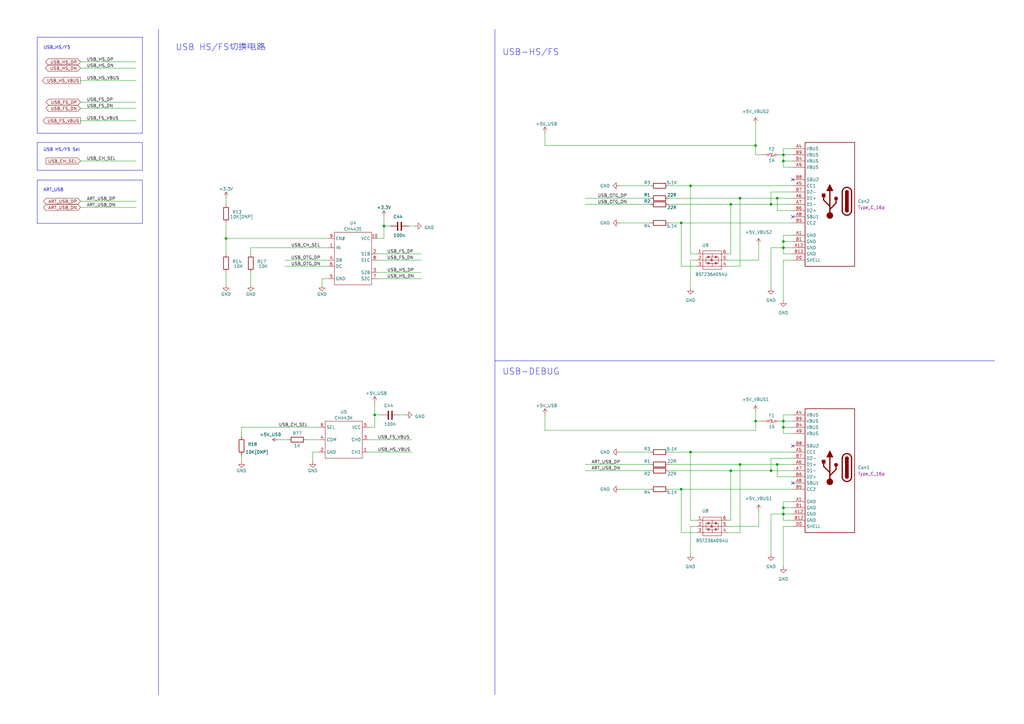
<source format=kicad_sch>
(kicad_sch (version 20230121) (generator eeschema)
  (paper "A3")
  (lib_symbols
    (symbol "Fuse_1" (pin_numbers hide) (pin_names hide)
      (property "Reference" "F" (at -0.508 0.762 0))
      (symbol "Fuse_1_0_1"
        (polyline (pts (xy 0.508 0) (xy 0.762 0.508)))
        (polyline (pts (xy 1.27 0.508) (xy 1.778 -0.508)))
        (polyline (pts (xy 2.54 0) (xy 2.286 -0.508)))
        (polyline (pts (xy 1.778 0.762) (xy 1.778 0.508) (xy 1.524 0) (xy 1.27 -0.508) (xy 1.27 -0.762)))
        (circle (center 0 0) (radius 0.3592))
        (arc (start 1.27 0.508) (mid 1.016 0.6132) (end 0.762 0.508))
        (arc (start 1.778 -0.508) (mid 2.032 -0.6132) (end 2.286 -0.508))
        (circle (center 3.048 0) (radius 0.3592))
      )
      (symbol "Fuse_1_1_1"
        (pin passive line (at -2.54 0 0) (length 2.032) (name "") (number "1"))
        (pin passive line (at 5.08 0 180) (length 1.524) (name "") (number "2"))
      )
    )
    (symbol "RA8:BST236A054U"
      (property "Reference" "U" (at 1.27 1.016 0))
      (property "Value" "BST236A054U" (at 4.064 -7.874 0))
      (symbol "BST236A054U_0_1"
        (polyline (pts (xy 0 -6.35) (xy 7.874 -6.35)))
        (polyline (pts (xy 0 -3.81) (xy 7.62 -3.81)))
        (polyline (pts (xy 0 -1.27) (xy 7.62 -1.27)))
        (polyline (pts (xy 2.032 -4.572) (xy 2.032 -5.588)))
        (polyline (pts (xy 2.032 -2.032) (xy 2.032 -3.048)))
        (polyline (pts (xy 3.81 -6.35) (xy 3.81 -5.08)))
        (polyline (pts (xy 3.81 -1.27) (xy 3.81 -2.54)))
        (polyline (pts (xy 5.08 -4.572) (xy 5.08 -5.588)))
        (polyline (pts (xy 5.08 -2.032) (xy 5.08 -3.048)))
        (polyline (pts (xy 2.54 -4.572) (xy 2.032 -5.08) (xy 2.54 -5.588) (xy 2.54 -4.572)))
        (polyline (pts (xy 2.54 -2.032) (xy 2.032 -2.54) (xy 2.54 -3.048) (xy 2.54 -2.032)))
        (polyline (pts (xy 4.064 -3.048) (xy 3.81 -3.302) (xy 3.81 -4.064) (xy 3.556 -4.318)))
        (polyline (pts (xy 4.318 -3.302) (xy 3.81 -3.81) (xy 4.318 -4.318) (xy 4.318 -3.302)))
        (polyline (pts (xy 5.588 -4.572) (xy 5.08 -5.08) (xy 5.588 -5.588) (xy 5.588 -4.572)))
        (polyline (pts (xy 5.588 -2.032) (xy 5.08 -2.54) (xy 5.588 -3.048) (xy 5.588 -2.032)))
        (rectangle (start 0 0) (end 7.62 -7.62))
        (rectangle (start 1.27 -2.54) (end 6.35 -5.08))
      )
      (symbol "BST236A054U_1_1"
        (pin input line (at 10.16 -1.27 180) (length 2.54) (name "") (number "1"))
        (pin input line (at 10.16 -3.81 180) (length 2.54) (name "") (number "2"))
        (pin input line (at 10.16 -6.35 180) (length 2.54) (name "") (number "3"))
        (pin input line (at -2.54 -6.35 0) (length 2.54) (name "") (number "4"))
        (pin input line (at -2.54 -3.81 0) (length 2.54) (name "") (number "5"))
        (pin input line (at -2.54 -1.27 0) (length 2.54) (name "") (number "6"))
      )
    )
    (symbol "RA8:CH442E"
      (property "Reference" "U?" (at 0 0 0))
      (property "Value" "CH442E" (at 10.16 -22.86 0))
      (symbol "CH442E_0_0"
        (pin input line (at 0 -6.35 0) (length 2.54) (name "IN") (number "1"))
        (pin power_in line (at 20.32 -2.54 180) (length 2.54) (name "VCC") (number "10"))
        (pin unspecified line (at 20.32 -8.89 180) (length 2.54) (name "S1B") (number "2"))
        (pin unspecified line (at 20.32 -16.51 180) (length 2.54) (name "S2B") (number "3"))
        (pin unspecified line (at 0 -11.43 0) (length 2.54) (name "DB") (number "4"))
        (pin unspecified line (at 0 -19.05 0) (length 2.54) (name "GND") (number "5"))
        (pin unspecified line (at 0 -13.97 0) (length 2.54) (name "DC") (number "6"))
        (pin unspecified line (at 20.32 -19.05 180) (length 2.54) (name "S2C") (number "7"))
        (pin unspecified line (at 20.32 -11.43 180) (length 2.54) (name "S1C") (number "8"))
        (pin input line (at 0 -2.54 0) (length 2.54) (name "EN#") (number "9"))
      )
      (symbol "CH442E_0_1"
        (rectangle (start 2.54 0) (end 17.78 -21.59))
      )
    )
    (symbol "RA8:CH443K"
      (property "Reference" "U?" (at 0 0 0))
      (property "Value" "CH443K" (at 10.16 -16.51 0))
      (symbol "CH443K_0_0"
        (pin unspecified line (at 20.32 -12.7 180) (length 2.54) (name "CH1") (number "1"))
        (pin power_in line (at 0 -12.7 0) (length 2.54) (name "GND") (number "2"))
        (pin unspecified line (at 20.32 -7.62 180) (length 2.54) (name "CH0") (number "3"))
        (pin unspecified line (at 0 -7.62 0) (length 2.54) (name "COM") (number "4"))
        (pin power_in line (at 20.32 -2.54 180) (length 2.54) (name "VCC") (number "5"))
        (pin unspecified line (at 0 -2.54 0) (length 2.54) (name "SEL") (number "6"))
      )
      (symbol "CH443K_0_1"
        (rectangle (start 2.54 0) (end 17.78 -15.24))
      )
    )
    (symbol "RA8:Fuse" (pin_numbers hide) (pin_names hide)
      (property "Reference" "F" (at -0.508 0.762 0))
      (symbol "Fuse_0_1"
        (polyline (pts (xy 0.508 0) (xy 0.762 0.508)))
        (polyline (pts (xy 1.27 0.508) (xy 1.778 -0.508)))
        (polyline (pts (xy 2.54 0) (xy 2.286 -0.508)))
        (polyline (pts (xy 1.778 0.762) (xy 1.778 0.508) (xy 1.524 0) (xy 1.27 -0.508) (xy 1.27 -0.762)))
        (circle (center 0 0) (radius 0.3592))
        (arc (start 1.27 0.508) (mid 1.016 0.6132) (end 0.762 0.508))
        (arc (start 1.778 -0.508) (mid 2.032 -0.6132) (end 2.286 -0.508))
        (circle (center 3.048 0) (radius 0.3592))
      )
      (symbol "Fuse_1_1"
        (pin passive line (at -2.54 0 0) (length 2.032) (name "") (number "1"))
        (pin passive line (at 5.08 0 180) (length 1.524) (name "") (number "2"))
      )
    )
    (symbol "RA8:Res" (pin_numbers hide) (pin_names hide)
      (property "Reference" "R1" (at -5.08 1.27 0))
      (property "Comment" "10K/1%" (at 7.62 1.27 0))
      (symbol "Res_0_1"
        (rectangle (start -2.54 1.016) (end 2.54 -1.016) (stroke (width 0.254)))
      )
      (symbol "Res_1_1"
        (pin passive line (at -3.81 0 0) (length 1.27) (name "~") (number "1"))
        (pin passive line (at 3.81 0 180) (length 1.27) (name "~") (number "2"))
      )
    )
    (symbol "RA8:Type_C_16p"
      (property "Reference" "Con1" (at 11.43 1.27 0))
      (property "Comment" "Type_C_16p" (at -18.288 -1.27 0))
      (symbol "Type_C_16p_0_1"
        (arc (start -8.128 -30.48) (mid -6.223 -32.3767) (end -4.318 -30.48) (stroke (width 0.508)))
        (arc (start -6.858 -30.48) (mid -6.223 -31.1123) (end -5.588 -30.48) (stroke (width 0.254)))
        (arc (start -6.858 -30.48) (mid -6.223 -31.1123) (end -5.588 -30.48) (stroke (width 0.254)) (fill (type outline)))
        (rectangle (start -6.858 -22.86) (end -5.588 -30.48) (stroke (width 0.254)) (fill (type outline)))
        (arc (start -5.588 -22.86) (mid -6.223 -22.2277) (end -6.858 -22.86) (stroke (width 0.254)))
        (arc (start -5.588 -22.86) (mid -6.223 -22.2277) (end -6.858 -22.86) (stroke (width 0.254)) (fill (type outline)))
        (arc (start -4.318 -22.86) (mid -6.223 -20.9633) (end -8.128 -22.86) (stroke (width 0.508)))
        (polyline (pts (xy -8.128 -22.86) (xy -8.128 -30.48)) (stroke (width 0.508)))
        (polyline (pts (xy -4.318 -30.48) (xy -4.318 -22.86)) (stroke (width 0.508)))
      )
      (symbol "Type_C_16p_1_1"
        (rectangle (start -23.368 -53.34) (end -3.048 -2.54) (stroke (width 0.254)))
        (rectangle (start -16.383 -23.622) (end -15.113 -24.892) (stroke (width 0.254)) (fill (type outline)))
        (circle (center -13.208 -32.512) (radius 1.27) (fill (type outline)))
        (circle (center -10.668 -25.527) (radius 0.635) (stroke (width 0.254)) (fill (type outline)))
        (polyline (pts (xy -13.208 -32.512) (xy -13.208 -22.352)) (stroke (width 0.508)))
        (polyline (pts (xy -13.208 -29.972) (xy -10.668 -27.432) (xy -10.668 -26.162)) (stroke (width 0.508)))
        (polyline (pts (xy -13.208 -28.702) (xy -15.748 -26.162) (xy -15.748 -24.892)) (stroke (width 0.508)))
        (polyline (pts (xy -11.938 -22.352) (xy -13.208 -19.812) (xy -14.478 -22.352) (xy -11.938 -22.352)) (stroke (width 0.254)) (fill (type outline)))
        (pin passive line (at -28.448 -40.64 0) (length 5.08) (name "GND") (number "A1"))
        (pin passive line (at -28.448 -45.72 0) (length 5.08) (name "GND") (number "A12"))
        (pin passive line (at -28.448 -5.08 0) (length 5.08) (name "VBUS") (number "A4"))
        (pin bidirectional line (at -28.448 -20.32 0) (length 5.08) (name "CC1") (number "A5"))
        (pin bidirectional line (at -28.448 -25.4 0) (length 5.08) (name "D1+") (number "A6"))
        (pin bidirectional line (at -28.448 -27.94 0) (length 5.08) (name "D1-") (number "A7"))
        (pin bidirectional line (at -28.448 -33.02 0) (length 5.08) (name "SBU1") (number "A8"))
        (pin passive line (at -28.448 -12.7 0) (length 5.08) (name "VBUS") (number "A9"))
        (pin passive line (at -28.448 -43.18 0) (length 5.08) (name "GND") (number "B1"))
        (pin passive line (at -28.448 -48.26 0) (length 5.08) (name "GND") (number "B12"))
        (pin passive line (at -28.448 -10.16 0) (length 5.08) (name "VBUS") (number "B4"))
        (pin bidirectional line (at -28.448 -35.56 0) (length 5.08) (name "CC2") (number "B5"))
        (pin bidirectional line (at -28.448 -30.48 0) (length 5.08) (name "D2+") (number "B6"))
        (pin bidirectional line (at -28.448 -22.86 0) (length 5.08) (name "D2-") (number "B7"))
        (pin bidirectional line (at -28.448 -17.78 0) (length 5.08) (name "SBU2") (number "B8"))
        (pin passive line (at -28.448 -7.62 0) (length 5.08) (name "VBUS") (number "B9"))
        (pin passive line (at -28.448 -50.8 0) (length 5.08) (name "SHELL") (number "D0"))
      )
    )
    (symbol "jhong:Cap" (pin_numbers hide) (pin_names hide)
      (property "Reference" "C?" (at 0 5.08 0))
      (property "Value" "Cap" (at 0 3.81 0))
      (symbol "Cap_0_1"
        (polyline (pts (xy -0.762 -1.778) (xy -0.762 1.524)) (stroke (width 0.5)))
        (polyline (pts (xy 0.762 -1.778) (xy 0.762 1.524)) (stroke (width 0.5)))
      )
      (symbol "Cap_1_1"
        (pin passive line (at -3.81 0 0) (length 2.8) (name "~") (number "1"))
        (pin passive line (at 3.81 0 180) (length 2.8) (name "~") (number "2"))
      )
    )
    (symbol "jhong:Res" (pin_numbers hide) (pin_names hide)
      (property "Reference" "R?" (at -0.508 4.318 0))
      (property "Value" "Res" (at 0 2.54 0))
      (symbol "Res_0_1"
        (rectangle (start -2.54 1.016) (end 2.54 -1.016) (stroke (width 0.254)))
      )
      (symbol "Res_1_1"
        (pin passive line (at -3.81 0 0) (length 1.27) (name "~") (number "1"))
        (pin passive line (at 3.81 0 180) (length 1.27) (name "~") (number "2"))
      )
    )
    (symbol "power:+3.3V" (power) (pin_names (offset 0))
      (property "Value" "+3.3V" (at 0 3.556 0))
      (symbol "+3.3V_0_1"
        (polyline (pts (xy -0.762 1.27) (xy 0 2.54)))
        (polyline (pts (xy 0 0) (xy 0 2.54)))
        (polyline (pts (xy 0 2.54) (xy 0.762 1.27)))
      )
      (symbol "+3.3V_1_1"
        (pin power_in line (at 0 0 90) (length 0) hide (name "+3.3V") (number "1"))
      )
    )
    (symbol "power:+5V_USB" (power) (in_bom no) (on_board no)
      (property "Value" "+5V_USB" (at -1.27 2.032 0))
      (symbol "+5V_USB_0_1"
        (polyline (pts (xy -0.762 -1.27) (xy 0 0)))
        (polyline (pts (xy 0 -2.54) (xy 0 0)))
        (polyline (pts (xy 0 0) (xy 0.762 -1.27)))
      )
      (symbol "+5V_USB_1_1"
        (pin power_in line (at 0 -2.54 90) (length 0) hide (name "+5V_USB") (number "1"))
      )
    )
    (symbol "power:+5V_VBUS1" (power) (pin_numbers hide) (pin_names hide) (in_bom no) (on_board no)
      (property "Value" "+5V_VBUS1" (at 3.302 4.064 0))
      (symbol "+5V_VBUS1_0_1"
        (polyline (pts (xy 1.778 1.27) (xy 2.54 2.54)))
        (polyline (pts (xy 2.54 0) (xy 2.54 2.54)))
        (polyline (pts (xy 2.54 2.54) (xy 3.302 1.27)))
      )
      (symbol "+5V_VBUS1_1_1"
        (pin power_in line (at 2.54 0 90) (length 0) hide (name "+5V_VBUS1") (number "1"))
      )
    )
    (symbol "power:+5V_VBUS2" (power) (in_bom no) (on_board no)
      (property "Value" "+5V_VBUS2" (at 2.032 3.556 0))
      (symbol "+5V_VBUS2_0_1"
        (polyline (pts (xy 1.778 1.27) (xy 2.54 2.54)))
        (polyline (pts (xy 2.54 0) (xy 2.54 2.54)))
        (polyline (pts (xy 2.54 2.54) (xy 3.302 1.27)))
      )
      (symbol "+5V_VBUS2_1_1"
        (pin power_in line (at 2.54 0 90) (length 0) hide (name "+5V_VBUS2") (number "1"))
      )
    )
    (symbol "power:GND" (power) (pin_names (offset 0))
      (property "Value" "GND" (at 0 -3.81 0))
      (symbol "GND_0_1"
        (polyline (pts (xy 0 0) (xy 0 -1.27) (xy 1.27 -1.27) (xy 0 -2.54) (xy -1.27 -1.27) (xy 0 -1.27)))
      )
      (symbol "GND_1_1"
        (pin power_in line (at 0 0 270) (length 0) hide (name "GND") (number "1"))
      )
    )
  )
  (junction (at 321.31 210.82))
  (junction (at 303.53 190.5))
  (junction (at 299.72 193.04))
  (junction (at 303.53 81.28))
  (junction (at 283.21 185.42))
  (junction (at 283.21 76.2))
  (junction (at 321.31 208.28))
  (junction (at 321.31 99.06))
  (junction (at 279.4 91.44))
  (junction (at 157.48 92.71))
  (junction (at 299.72 83.82))
  (junction (at 318.77 190.5))
  (junction (at 92.71 97.79))
  (junction (at 279.4 200.66))
  (junction (at 309.88 59.69))
  (junction (at 321.31 101.6))
  (junction (at 309.88 172.72))
  (junction (at 321.31 172.72))
  (junction (at 321.31 66.04))
  (junction (at 318.77 81.28))
  (junction (at 316.23 83.82))
  (junction (at 321.31 63.5))
  (junction (at 153.67 170.18))
  (junction (at 321.31 175.26))
  (junction (at 316.23 193.04))
  (no_connect (at 325.12 182.88))
  (no_connect (at 325.12 198.12))
  (no_connect (at 325.12 88.9))
  (no_connect (at 325.12 73.66))
  (wire (pts (xy 312.42 63.5) (xy 309.88 63.5)))
  (wire (pts (xy 240.03 83.82) (xy 266.7 83.82)))
  (wire (pts (xy 321.31 60.96) (xy 325.12 60.96)))
  (wire (pts (xy 303.53 81.28) (xy 303.53 109.22)))
  (wire (pts (xy 102.87 116.84) (xy 102.87 111.76)))
  (wire (pts (xy 321.31 213.36) (xy 321.31 210.82)))
  (wire (pts (xy 321.31 208.28) (xy 325.12 208.28)))
  (wire (pts (xy 92.71 91.44) (xy 92.71 97.79)))
  (wire (pts (xy 163.83 170.18) (xy 166.37 170.18)))
  (wire (pts (xy 102.87 104.14) (xy 102.87 101.6)))
  (wire (pts (xy 321.31 99.06) (xy 321.31 96.52)))
  (wire (pts (xy 318.77 190.5) (xy 325.12 190.5)))
  (wire (pts (xy 316.23 210.82) (xy 316.23 227.33)))
  (wire (pts (xy 33.02 85.09) (xy 55.88 85.09)))
  (wire (pts (xy 309.88 50.8) (xy 309.88 59.69)))
  (wire (pts (xy 321.31 215.9) (xy 325.12 215.9)))
  (wire (pts (xy 298.45 109.22) (xy 303.53 109.22)))
  (wire (pts (xy 125.73 180.34) (xy 130.81 180.34)))
  (wire (pts (xy 321.31 63.5) (xy 325.12 63.5)))
  (wire (pts (xy 92.71 97.79) (xy 92.71 104.14)))
  (wire (pts (xy 299.72 83.82) (xy 316.23 83.82)))
  (wire (pts (xy 33.02 33.02) (xy 55.88 33.02)))
  (wire (pts (xy 223.52 59.69) (xy 309.88 59.69)))
  (wire (pts (xy 321.31 104.14) (xy 325.12 104.14)))
  (wire (pts (xy 151.13 185.42) (xy 168.91 185.42)))
  (wire (pts (xy 157.48 92.71) (xy 160.02 92.71)))
  (wire (pts (xy 114.3 180.34) (xy 118.11 180.34)))
  (wire (pts (xy 99.06 175.26) (xy 99.06 179.07)))
  (wire (pts (xy 311.15 215.9) (xy 311.15 209.55)))
  (wire (pts (xy 153.67 170.18) (xy 153.67 175.26)))
  (wire (pts (xy 285.75 218.44) (xy 279.4 218.44)))
  (wire (pts (xy 285.75 109.22) (xy 279.4 109.22)))
  (wire (pts (xy 321.31 96.52) (xy 325.12 96.52)))
  (wire (pts (xy 321.31 101.6) (xy 321.31 99.06)))
  (wire (pts (xy 321.31 101.6) (xy 316.23 101.6)))
  (wire (pts (xy 283.21 185.42) (xy 325.12 185.42)))
  (wire (pts (xy 33.02 44.45) (xy 55.88 44.45)))
  (wire (pts (xy 154.94 104.14) (xy 172.72 104.14)))
  (wire (pts (xy 321.31 68.58) (xy 325.12 68.58)))
  (wire (pts (xy 279.4 91.44) (xy 279.4 109.22)))
  (wire (pts (xy 309.88 59.69) (xy 309.88 63.5)))
  (wire (pts (xy 321.31 177.8) (xy 325.12 177.8)))
  (wire (pts (xy 274.32 83.82) (xy 299.72 83.82)))
  (wire (pts (xy 318.77 86.36) (xy 318.77 81.28)))
  (wire (pts (xy 321.31 175.26) (xy 325.12 175.26)))
  (wire (pts (xy 299.72 193.04) (xy 316.23 193.04)))
  (wire (pts (xy 321.31 172.72) (xy 321.31 175.26)))
  (wire (pts (xy 321.31 63.5) (xy 321.31 66.04)))
  (wire (pts (xy 128.27 185.42) (xy 128.27 189.23)))
  (wire (pts (xy 321.31 106.68) (xy 325.12 106.68)))
  (wire (pts (xy 321.31 172.72) (xy 325.12 172.72)))
  (wire (pts (xy 320.04 63.5) (xy 321.31 63.5)))
  (wire (pts (xy 151.13 180.34) (xy 168.91 180.34)))
  (wire (pts (xy 240.03 81.28) (xy 266.7 81.28)))
  (wire (pts (xy 325.12 195.58) (xy 318.77 195.58)))
  (wire (pts (xy 321.31 215.9) (xy 321.31 232.41)))
  (wire (pts (xy 279.4 200.66) (xy 279.4 218.44)))
  (wire (pts (xy 321.31 99.06) (xy 325.12 99.06)))
  (wire (pts (xy 223.52 54.61) (xy 223.52 59.69)))
  (wire (pts (xy 223.52 176.53) (xy 223.52 170.18)))
  (wire (pts (xy 279.4 200.66) (xy 325.12 200.66)))
  (wire (pts (xy 321.31 106.68) (xy 321.31 123.19)))
  (wire (pts (xy 167.64 92.71) (xy 170.18 92.71)))
  (wire (pts (xy 254 76.2) (xy 266.7 76.2)))
  (wire (pts (xy 325.12 78.74) (xy 316.23 78.74)))
  (wire (pts (xy 274.32 185.42) (xy 283.21 185.42)))
  (wire (pts (xy 99.06 189.23) (xy 99.06 186.69)))
  (wire (pts (xy 153.67 170.18) (xy 156.21 170.18)))
  (wire (pts (xy 132.08 114.3) (xy 132.08 116.84)))
  (wire (pts (xy 240.03 190.5) (xy 266.7 190.5)))
  (wire (pts (xy 321.31 175.26) (xy 321.31 177.8)))
  (wire (pts (xy 92.71 97.79) (xy 134.62 97.79)))
  (wire (pts (xy 154.94 106.68) (xy 172.72 106.68)))
  (wire (pts (xy 151.13 175.26) (xy 153.67 175.26)))
  (wire (pts (xy 318.77 195.58) (xy 318.77 190.5)))
  (wire (pts (xy 157.48 88.9) (xy 157.48 92.71)))
  (wire (pts (xy 321.31 208.28) (xy 321.31 205.74)))
  (wire (pts (xy 153.67 165.1) (xy 153.67 170.18)))
  (wire (pts (xy 240.03 193.04) (xy 266.7 193.04)))
  (wire (pts (xy 321.31 170.18) (xy 321.31 172.72)))
  (wire (pts (xy 285.75 215.9) (xy 283.21 215.9)))
  (wire (pts (xy 254 91.44) (xy 266.7 91.44)))
  (wire (pts (xy 130.81 185.42) (xy 128.27 185.42)))
  (wire (pts (xy 274.32 193.04) (xy 299.72 193.04)))
  (wire (pts (xy 116.84 109.22) (xy 134.62 109.22)))
  (wire (pts (xy 274.32 91.44) (xy 279.4 91.44)))
  (wire (pts (xy 92.71 81.28) (xy 92.71 83.82)))
  (wire (pts (xy 321.31 170.18) (xy 325.12 170.18)))
  (wire (pts (xy 154.94 114.3) (xy 172.72 114.3)))
  (wire (pts (xy 321.31 213.36) (xy 325.12 213.36)))
  (wire (pts (xy 279.4 91.44) (xy 325.12 91.44)))
  (wire (pts (xy 154.94 97.79) (xy 157.48 97.79)))
  (wire (pts (xy 283.21 215.9) (xy 283.21 227.33)))
  (wire (pts (xy 298.45 104.14) (xy 299.72 104.14)))
  (wire (pts (xy 33.02 49.53) (xy 55.88 49.53)))
  (wire (pts (xy 274.32 81.28) (xy 303.53 81.28)))
  (wire (pts (xy 303.53 190.5) (xy 303.53 218.44)))
  (wire (pts (xy 283.21 76.2) (xy 283.21 104.14)))
  (wire (pts (xy 318.77 81.28) (xy 325.12 81.28)))
  (wire (pts (xy 283.21 213.36) (xy 283.21 185.42)))
  (wire (pts (xy 303.53 81.28) (xy 318.77 81.28)))
  (wire (pts (xy 325.12 86.36) (xy 318.77 86.36)))
  (wire (pts (xy 316.23 101.6) (xy 316.23 118.11)))
  (wire (pts (xy 309.88 172.72) (xy 309.88 176.53)))
  (wire (pts (xy 321.31 210.82) (xy 316.23 210.82)))
  (wire (pts (xy 274.32 190.5) (xy 303.53 190.5)))
  (wire (pts (xy 311.15 106.68) (xy 311.15 100.33)))
  (wire (pts (xy 33.02 27.94) (xy 55.88 27.94)))
  (wire (pts (xy 134.62 114.3) (xy 132.08 114.3)))
  (wire (pts (xy 33.02 82.55) (xy 55.88 82.55)))
  (wire (pts (xy 298.45 215.9) (xy 311.15 215.9)))
  (wire (pts (xy 283.21 106.68) (xy 285.75 106.68)))
  (wire (pts (xy 325.12 187.96) (xy 316.23 187.96)))
  (wire (pts (xy 298.45 218.44) (xy 303.53 218.44)))
  (wire (pts (xy 274.32 200.66) (xy 279.4 200.66)))
  (wire (pts (xy 102.87 101.6) (xy 134.62 101.6)))
  (wire (pts (xy 283.21 76.2) (xy 325.12 76.2)))
  (wire (pts (xy 316.23 78.74) (xy 316.23 83.82)))
  (wire (pts (xy 321.31 101.6) (xy 325.12 101.6)))
  (wire (pts (xy 321.31 66.04) (xy 321.31 68.58)))
  (wire (pts (xy 303.53 190.5) (xy 318.77 190.5)))
  (wire (pts (xy 321.31 66.04) (xy 325.12 66.04)))
  (wire (pts (xy 299.72 213.36) (xy 299.72 193.04)))
  (wire (pts (xy 309.88 168.91) (xy 309.88 172.72)))
  (wire (pts (xy 33.02 41.91) (xy 55.88 41.91)))
  (wire (pts (xy 321.31 104.14) (xy 321.31 101.6)))
  (wire (pts (xy 298.45 106.68) (xy 311.15 106.68)))
  (wire (pts (xy 33.02 25.4) (xy 55.88 25.4)))
  (wire (pts (xy 285.75 213.36) (xy 283.21 213.36)))
  (wire (pts (xy 266.7 185.42) (xy 254 185.42)))
  (wire (pts (xy 320.04 172.72) (xy 321.31 172.72)))
  (wire (pts (xy 283.21 106.68) (xy 283.21 118.11)))
  (wire (pts (xy 321.31 210.82) (xy 321.31 208.28)))
  (wire (pts (xy 157.48 92.71) (xy 157.48 97.79)))
  (wire (pts (xy 316.23 193.04) (xy 325.12 193.04)))
  (wire (pts (xy 299.72 83.82) (xy 299.72 104.14)))
  (wire (pts (xy 309.88 172.72) (xy 312.42 172.72)))
  (wire (pts (xy 154.94 111.76) (xy 172.72 111.76)))
  (wire (pts (xy 223.52 176.53) (xy 309.88 176.53)))
  (wire (pts (xy 316.23 83.82) (xy 325.12 83.82)))
  (wire (pts (xy 274.32 76.2) (xy 283.21 76.2)))
  (wire (pts (xy 116.84 106.68) (xy 134.62 106.68)))
  (wire (pts (xy 33.02 66.04) (xy 55.88 66.04)))
  (wire (pts (xy 92.71 111.76) (xy 92.71 116.84)))
  (wire (pts (xy 321.31 205.74) (xy 325.12 205.74)))
  (wire (pts (xy 321.31 60.96) (xy 321.31 63.5)))
  (wire (pts (xy 298.45 213.36) (xy 299.72 213.36)))
  (wire (pts (xy 266.7 200.66) (xy 254 200.66)))
  (wire (pts (xy 316.23 187.96) (xy 316.23 193.04)))
  (wire (pts (xy 285.75 104.14) (xy 283.21 104.14)))
  (wire (pts (xy 321.31 210.82) (xy 325.12 210.82)))
  (wire (pts (xy 99.06 175.26) (xy 130.81 175.26)))
  (rectangle (start 65 12) (end 65 285))
  (rectangle (start 15.24 15.24) (end 58.42 54.61))
  (rectangle (start 203 12) (end 203 285))
  (rectangle (start 203 148) (end 408 148))
  (rectangle (start 15.24 58.42) (end 58.42 69.85))
  (rectangle (start 15.24 73.84) (end 58.42 91.62))
  (text "USB HS/FS Sel" (at 17.78 62.23 0) (effects (font (size 1.27 1.27)) (justify left bottom)))
  (text "USB-HS/FS" (at 206 23 0) (effects (font (size 2.54 2.54)) (justify left bottom)))
  (text "USB-DEBUG\n" (at 206 154 0) (effects (font (size 2.54 2.54)) (justify left bottom)))
  (text "USB HS/FS切换电路" (at 72 21 0) (effects (font (size 2.54 2.54)) (justify left bottom)))
  (text "USB_HS/FS" (at 17.78 20.32 0) (effects (font (size 1.27 1.27)) (justify left bottom)))
  (text "ART_USB" (at 17.78 78.74 0) (effects (font (size 1.27 1.27)) (justify left bottom)))
  (label "USB_OTG_DP" (at 245.11 81.28 0))
  (label "USB_HS_DN" (at 35.56 27.94 0))
  (label "USB_CH_SEL" (at 35.56 66.04 0))
  (label "USB_FS_VBUS" (at 154.94 180.34 0))
  (label "ART_USB_DN" (at 35.56 85.09 0))
  (label "USB_OTG_DP" (at 119.38 106.68 0))
  (label "USB_HS_VBUS" (at 35.56 33.02 0))
  (label "USB_FS_DN" (at 35.56 44.45 0))
  (label "USB_HS_VBUS" (at 154.94 185.42 0))
  (label "USB_CH_SEL" (at 114.3 175.26 0))
  (label "USB_OTG_DN" (at 119.38 109.22 0))
  (label "USB_FS_DP" (at 35.56 41.91 0))
  (label "USB_HS_DN" (at 158.75 114.3 0))
  (label "USB_HS_DP" (at 35.56 25.4 0))
  (label "USB_FS_DP" (at 158.75 104.14 0))
  (label "ART_USB_DN" (at 242.57 193.04 0))
  (label "ART_USB_DP" (at 242.57 190.5 0))
  (label "USB_HS_DP" (at 158.75 111.76 0))
  (label "USB_OTG_DN" (at 245.11 83.82 0))
  (label "USB_FS_VBUS" (at 35.56 49.53 0))
  (label "ART_USB_DP" (at 35.56 82.55 0))
  (label "USB_CH_SEL" (at 119.38 101.6 0))
  (label "USB_FS_DN" (at 158.75 106.68 0))
  (global_label "USB_CH_SEL" (shape input) (at 33.02 66.04 180) (property "Intersheetrefs" "${INTERSHEET_REFS}" (effects hide)))
  (global_label "USB_FS_DP" (shape bidirectional) (at 33.02 41.91 180) (property "Intersheetrefs" "${INTERSHEET_REFS}" (effects hide)))
  (global_label "USB_FS_VBUS" (shape output) (at 33.02 49.53 180) (property "Intersheetrefs" "${INTERSHEET_REFS}" (effects hide)))
  (global_label "ART_USB_DN" (shape bidirectional) (at 33.02 85.09 180) (property "Intersheetrefs" "${INTERSHEET_REFS}" (effects hide)))
  (global_label "USB_FS_DN" (shape bidirectional) (at 33.02 44.45 180) (property "Intersheetrefs" "${INTERSHEET_REFS}" (effects hide)))
  (global_label "USB_HS_VBUS" (shape output) (at 33.02 33.02 180) (property "Intersheetrefs" "${INTERSHEET_REFS}" (effects hide)))
  (global_label "USB_HS_DP" (shape bidirectional) (at 33.02 25.4 180) (property "Intersheetrefs" "${INTERSHEET_REFS}" (effects hide)))
  (global_label "ART_USB_DP" (shape bidirectional) (at 33.02 82.55 180) (property "Intersheetrefs" "${INTERSHEET_REFS}" (effects hide)))
  (global_label "USB_HS_DN" (shape bidirectional) (at 33.02 27.94 180) (property "Intersheetrefs" "${INTERSHEET_REFS}" (effects hide)))
  (symbol (lib_id "power:GND") (at 254 91.44 270) (unit 1)
    (property "Reference" "#PWR04" (effects hide))
    (property "Value" "GND" (at 250.19 91.4401 90) (effects (justify right)))
  )
  (symbol (lib_id "RA8:Type_C_16p") (at 353.568 55.88 0) (unit 1)
    (property "Reference" "Con2" (at 351.79 82.55 0) (effects (justify left)))
    (property "Value" "U262-161N-4BVC11" (effects hide))
    (property "Footprint" "RA8Library:TYPEC-USB2.0_16P-SPARK" (effects hide))
    (property "Comment" "Type_C_16p" (at 351.79 85.09 0) (effects (justify left)))
    (property "Manufacturer" "XKB Connectivity(中国星坤)" (effects hide))
  )
  (symbol (lib_name "Fuse_1") (lib_id "RA8:Fuse") (at 314.96 63.5 0) (unit 1)
    (property "Reference" "F2" (at 316.484 61.214 0))
    (property "Value" "1A" (at 316.484 65.786 0))
    (property "Footprint" "RA8Library:0805_R" (effects hide))
  )
  (symbol (lib_id "power:+5V_USB") (at 153.67 162.56 0) (unit 1) (in_bom no) (on_board no)
    (property "Reference" "#PWR060" (effects hide))
    (property "Value" "+5V_SYS" (at 149.86 161.29 0) (effects (justify left)))
  )
  (symbol (lib_id "jhong:Res") (at 270.51 200.66 180) (unit 1)
    (property "Reference" "R4" (at 265.43 201.93 0))
    (property "Value" "5.1K" (at 275.59 201.93 0))
    (property "Footprint" "RA8Library:R0402" (effects hide))
    (property "Manufacturer" "YAGEO(国巨)" (effects hide))
    (property "Comment" "5.1K/1%" (effects hide))
  )
  (symbol (lib_id "jhong:Res") (at 270.51 81.28 0) (unit 1)
    (property "Reference" "R1" (at 265.43 80.01 0))
    (property "Value" "22R" (at 275.59 80.01 0))
    (property "Footprint" "RA8Library:R0402" (effects hide))
    (property "Manufacturer" "YAGEO(国巨)" (effects hide))
    (property "Comment" "22R/1%" (effects hide))
  )
  (symbol (lib_id "power:GND") (at 170.18 92.71 90) (unit 1)
    (property "Reference" "#PWR023" (effects hide))
    (property "Value" "GND" (at 173.99 93.345 90) (effects (justify right)))
    (instances (project "art-link" (path "" (reference "#PWR023") (unit 1))) (project "INA199test" (path "" (reference "#PWR01") (unit 1))) (project "RA8_main" (path "" (reference "#PWR021") (unit 1)) (path "" (reference "#PWR063") (unit 1))) (project "power" (path "" (reference "#PWR07") (unit 1))))
  )
  (symbol (lib_id "power:+5V_VBUS2") (at 308.61 100.33 0) (unit 1) (in_bom no) (on_board no)
    (property "Reference" "#PWR078" (effects hide))
    (property "Value" "+5V_VBUS2" (at 311.15 95.25 0))
  )
  (symbol (lib_id "power:+5V_VBUS1") (at 307.34 168.91 0) (unit 1) (in_bom no) (on_board no)
    (property "Reference" "#PWR077" (effects hide))
    (property "Value" "+5V_VBUS1" (at 309.88 163.83 0))
  )
  (symbol (lib_id "RA8:BST236A054U") (at 295.91 102.87 0) (mirror y) (unit 1)
    (property "Reference" "U9" (at 289.306 100.584 0))
    (property "Value" "BST236A054U" (at 291.846 112.522 0))
    (property "Footprint" "RA8Library:SOT23-6" (effects hide))
  )
  (symbol (lib_id "power:GND") (at 321.31 232.41 0) (unit 1)
    (property "Reference" "#PWR04" (effects hide))
    (property "Value" "GND" (at 321.31 237.49 0))
  )
  (symbol (lib_id "power:GND") (at 128.27 189.23 0) (unit 1)
    (property "Reference" "#PWR055" (effects hide))
    (property "Value" "GND" (at 128.27 193.04 0))
  )
  (symbol (lib_id "power:GND") (at 132.08 116.84 0) (unit 1)
    (property "Reference" "#PWR054" (effects hide))
    (property "Value" "GND" (at 132.08 120.65 0))
  )
  (symbol (lib_id "jhong:Res") (at 270.51 83.82 0) (unit 1)
    (property "Reference" "R2" (at 265.43 82.55 0))
    (property "Value" "22R" (at 275.59 85.09 0))
    (property "Footprint" "RA8Library:R0402" (effects hide))
    (property "Manufacturer" "YAGEO(国巨)" (effects hide))
    (property "Comment" "22R/1%" (effects hide))
  )
  (symbol (lib_id "power:GND") (at 92.71 116.84 0) (unit 1)
    (property "Reference" "#PWR050" (effects hide))
    (property "Value" "GND" (at 92.71 120.65 0))
  )
  (symbol (lib_id "RA8:Fuse") (at 314.96 172.72 0) (unit 1)
    (property "Reference" "F1" (at 316.484 170.434 0))
    (property "Value" "1A" (at 316.484 175.006 0))
    (property "Footprint" "RA8Library:0805_R" (effects hide))
  )
  (symbol (lib_id "power:GND") (at 316.23 227.33 0) (unit 1)
    (property "Reference" "#PWR04" (effects hide))
    (property "Value" "GND" (at 316.23 232.41 0))
  )
  (symbol (lib_id "power:+5V_USB") (at 223.52 52.07 0) (unit 1) (in_bom no) (on_board no)
    (property "Reference" "#PWR069" (effects hide))
    (property "Value" "+5V_SYS" (at 219.71 50.8 0) (effects (justify left)))
  )
  (symbol (lib_id "RA8:Res") (at 121.92 180.34 180) (unit 1)
    (property "Reference" "R77" (at 121.92 177.8 0))
    (property "Value" "1K" (at 121.92 182.88 0))
    (property "Footprint" "RA8Library:R0402" (effects hide))
    (property "Manufacturer" "YAGEO(国巨)" (effects hide))
    (property "Comment" "1K" (effects hide))
  )
  (symbol (lib_id "power:+5V_USB") (at 111.76 180.34 90) (unit 1) (in_bom no) (on_board no)
    (property "Reference" "#PWR0164" (effects hide))
    (property "Value" "+5V_SYS" (at 115.38 178.22 90) (effects (justify left)))
  )
  (symbol (lib_id "power:GND") (at 99.06 189.23 0) (unit 1)
    (property "Reference" "#PWR052" (effects hide))
    (property "Value" "GND" (at 99.06 193.04 0))
  )
  (symbol (lib_id "RA8:CH442E") (at 134.62 95.25 0) (unit 1)
    (property "Reference" "U4" (at 144.78 91.44 0))
    (property "Value" "CH442E" (at 144.78 93.98 0))
    (property "Footprint" "RA8Library:MSOP-10" (effects hide))
    (property "Datasheet" "https://item.szlcsc.com/161431.html" (effects hide))
  )
  (symbol (lib_id "RA8:Res") (at 99.06 182.88 90) (unit 1)
    (property "Reference" "R18" (at 101.6 182.245 90) (effects (justify right)))
    (property "Value" "10K[DNP]" (at 105.41 185.42 90))
    (property "Footprint" "RA8Library:R0402" (effects hide))
    (property "Manufacturer" "YAGEO(国巨)" (effects hide))
    (property "Comment" "10K[DNP]" (effects hide))
  )
  (symbol (lib_id "RA8:Res") (at 92.71 107.95 270) (unit 1)
    (property "Reference" "R14" (at 95.25 107.315 90) (effects (justify left)))
    (property "Value" "10K" (at 97.79 109.22 90))
    (property "Footprint" "RA8Library:R0402" (effects hide))
    (property "Manufacturer" "YAGEO(国巨)" (effects hide))
    (property "Comment" "10K" (effects hide))
  )
  (symbol (lib_id "power:GND") (at 316.23 118.11 0) (unit 1)
    (property "Reference" "#PWR04" (effects hide))
    (property "Value" "GND" (at 316.23 123.19 0))
  )
  (symbol (lib_id "power:GND") (at 254 185.42 270) (unit 1)
    (property "Reference" "#PWR03" (effects hide))
    (property "Value" "GND" (at 250.19 185.4201 90) (effects (justify right)))
  )
  (symbol (lib_id "power:+3.3V") (at 157.48 88.9 0) (unit 1)
    (property "Reference" "#PWR0112" (effects hide))
    (property "Value" "+3.3V" (at 157.48 85.09 0))
    (instances (project "rtt_lcd_v3.1" (path "" (reference "#PWR0112") (unit 1))) (project "art-link" (path "" (reference "#PWR017") (unit 1))) (project "RA8_main" (path "" (reference "#PWR084") (unit 1)) (path "" (reference "#PWR048") (unit 1)) (path "" (reference "#PWR059") (unit 1))) (project "8.ART_Link" (path "" (reference "#PWR0112") (unit 1))) (project "power" (path "" (reference "#PWR06") (unit 1))))
  )
  (symbol (lib_id "jhong:Res") (at 270.51 91.44 180) (unit 1)
    (property "Reference" "R4" (at 265.43 92.71 0))
    (property "Value" "5.1K" (at 275.59 92.71 0))
    (property "Footprint" "RA8Library:R0402" (effects hide))
    (property "Manufacturer" "YAGEO(国巨)" (effects hide))
    (property "Comment" "5.1K/1%" (effects hide))
  )
  (symbol (lib_id "power:GND") (at 283.21 118.11 0) (unit 1)
    (property "Reference" "#PWR04" (effects hide))
    (property "Value" "GND" (at 283.21 123.19 0))
  )
  (symbol (lib_id "jhong:Cap") (at 163.83 92.71 0) (unit 1)
    (property "Reference" "C44" (at 161.29 88.9 0) (effects (justify left)))
    (property "Value" "100n" (at 161.29 96.52 0) (effects (justify left)))
    (property "Footprint" "RA8Library:C0402" (effects hide))
    (property "Manufacturer" "SAMSUNG(三星)" (effects hide))
    (property "Comment" "100nF/50V" (effects hide))
    (instances (project "rtt_lcd_v3.1" (path "" (reference "C44") (unit 1))) (project "art-link" (path "" (reference "C12") (unit 1))) (project "RA8_main" (path "" (reference "C49") (unit 1)) (path "" (reference "C42") (unit 1))) (project "8.ART_Link" (path "" (reference "C44") (unit 1))))
  )
  (symbol (lib_id "power:+5V_USB") (at 223.52 167.64 0) (unit 1) (in_bom no) (on_board no)
    (property "Reference" "#PWR068" (effects hide))
    (property "Value" "+5V_SYS" (at 219.71 166.37 0) (effects (justify left)))
  )
  (symbol (lib_id "power:+3.3V") (at 92.71 81.28 0) (unit 1)
    (property "Reference" "#PWR0112" (effects hide))
    (property "Value" "+3.3V" (at 92.71 77.47 0))
    (instances (project "rtt_lcd_v3.1" (path "" (reference "#PWR0112") (unit 1))) (project "art-link" (path "" (reference "#PWR017") (unit 1))) (project "RA8_main" (path "" (reference "#PWR084") (unit 1)) (path "" (reference "#PWR048") (unit 1)) (path "" (reference "#PWR049") (unit 1))) (project "8.ART_Link" (path "" (reference "#PWR0112") (unit 1))) (project "power" (path "" (reference "#PWR06") (unit 1))))
  )
  (symbol (lib_id "jhong:Res") (at 270.51 185.42 180) (unit 1)
    (property "Reference" "R3" (at 265.43 184.15 0))
    (property "Value" "5.1K" (at 275.59 184.15 0))
    (property "Footprint" "RA8Library:R0402" (effects hide))
    (property "Manufacturer" "YAGEO(国巨)" (effects hide))
    (property "Comment" "5.1K/1%" (effects hide))
  )
  (symbol (lib_id "power:GND") (at 102.87 116.84 0) (unit 1)
    (property "Reference" "#PWR051" (effects hide))
    (property "Value" "GND" (at 102.87 120.65 0))
  )
  (symbol (lib_id "power:GND") (at 321.31 123.19 0) (unit 1)
    (property "Reference" "#PWR04" (effects hide))
    (property "Value" "GND" (at 321.31 128.27 0))
  )
  (symbol (lib_id "power:GND") (at 254 200.66 270) (unit 1)
    (property "Reference" "#PWR04" (effects hide))
    (property "Value" "GND" (at 250.19 200.6601 90) (effects (justify right)))
  )
  (symbol (lib_id "RA8:Type_C_16p") (at 353.568 165.1 0) (unit 1)
    (property "Reference" "Con1" (at 351.79 191.77 0) (effects (justify left)))
    (property "Value" "U262-161N-4BVC11" (effects hide))
    (property "Footprint" "RA8Library:TYPEC-USB2.0_16P-SPARK" (effects hide))
    (property "Comment" "Type_C_16p" (at 351.79 194.31 0) (effects (justify left)))
    (property "Manufacturer" "XKB Connectivity(中国星坤)" (effects hide))
  )
  (symbol (lib_id "jhong:Res") (at 270.51 193.04 0) (unit 1)
    (property "Reference" "R2" (at 265.43 194.31 0))
    (property "Value" "22R" (at 275.59 194.31 0))
    (property "Footprint" "RA8Library:R0402" (effects hide))
    (property "Manufacturer" "YAGEO(国巨)" (effects hide))
    (property "Comment" "22R/1%" (effects hide))
  )
  (symbol (lib_id "RA8:Res") (at 92.71 87.63 270) (unit 1)
    (property "Reference" "R13" (at 95.25 86.995 90) (effects (justify left)))
    (property "Value" "10K[DNP]" (at 99.06 88.9 90))
    (property "Footprint" "RA8Library:R0402" (effects hide))
    (property "Manufacturer" "YAGEO(国巨)" (effects hide))
    (property "Comment" "10K[DNP]" (effects hide))
  )
  (symbol (lib_id "RA8:CH443K") (at 130.81 172.72 0) (unit 1)
    (property "Reference" "U5" (at 140.97 168.91 0))
    (property "Value" "CH443K" (at 140.97 171.45 0))
    (property "Footprint" "RA8Library:SOT363" (effects hide))
    (property "Datasheet" "https://item.szlcsc.com/161431.html" (effects hide))
  )
  (symbol (lib_id "power:GND") (at 166.37 170.18 90) (unit 1)
    (property "Reference" "#PWR023" (effects hide))
    (property "Value" "GND" (at 170.18 170.815 90) (effects (justify right)))
    (instances (project "art-link" (path "" (reference "#PWR023") (unit 1))) (project "INA199test" (path "" (reference "#PWR01") (unit 1))) (project "RA8_main" (path "" (reference "#PWR021") (unit 1)) (path "" (reference "#PWR064") (unit 1))) (project "power" (path "" (reference "#PWR07") (unit 1))))
  )
  (symbol (lib_id "RA8:BST236A054U") (at 295.91 212.09 0) (mirror y) (unit 1)
    (property "Reference" "U8" (at 289.306 209.55 0))
    (property "Value" "BST236A054U" (at 292.1 221.742 0))
    (property "Footprint" "RA8Library:SOT23-6" (effects hide))
  )
  (symbol (lib_id "RA8:Res") (at 102.87 107.95 90) (unit 1)
    (property "Reference" "R17" (at 105.41 107.315 90) (effects (justify right)))
    (property "Value" "10K" (at 107.95 109.22 90))
    (property "Footprint" "RA8Library:R0402" (effects hide))
    (property "Manufacturer" "YAGEO(国巨)" (effects hide))
    (property "Comment" "10K" (effects hide))
  )
  (symbol (lib_id "jhong:Cap") (at 160.02 170.18 0) (unit 1)
    (property "Reference" "C44" (at 157.48 166.37 0) (effects (justify left)))
    (property "Value" "100n" (at 157.48 173.99 0) (effects (justify left)))
    (property "Footprint" "RA8Library:C0402" (effects hide))
    (property "Manufacturer" "SAMSUNG(三星)" (effects hide))
    (property "Comment" "100nF/50V" (effects hide))
    (instances (project "rtt_lcd_v3.1" (path "" (reference "C44") (unit 1))) (project "art-link" (path "" (reference "C12") (unit 1))) (project "RA8_main" (path "" (reference "C49") (unit 1)) (path "" (reference "C43") (unit 1))) (project "8.ART_Link" (path "" (reference "C44") (unit 1))))
  )
  (symbol (lib_id "power:+5V_VBUS1") (at 308.61 209.55 0) (unit 1) (in_bom no) (on_board no)
    (property "Reference" "#PWR079" (effects hide))
    (property "Value" "+5V_VBUS1" (at 311.15 204.47 0))
  )
  (symbol (lib_id "power:+5V_VBUS2") (at 307.34 50.8 0) (unit 1) (in_bom no) (on_board no)
    (property "Reference" "#PWR0156" (effects hide))
    (property "Value" "+5V_VBUS2" (at 309.88 45.72 0))
  )
  (symbol (lib_id "jhong:Res") (at 270.51 76.2 180) (unit 1)
    (property "Reference" "R3" (at 265.43 74.93 0))
    (property "Value" "5.1K" (at 275.59 74.93 0))
    (property "Footprint" "RA8Library:R0402" (effects hide))
    (property "Manufacturer" "YAGEO(国巨)" (effects hide))
    (property "Comment" "5.1K/1%" (effects hide))
  )
  (symbol (lib_id "power:GND") (at 254 76.2 270) (unit 1)
    (property "Reference" "#PWR03" (effects hide))
    (property "Value" "GND" (at 250.19 76.2001 90) (effects (justify right)))
  )
  (symbol (lib_id "power:GND") (at 283.21 227.33 0) (unit 1)
    (property "Reference" "#PWR04" (effects hide))
    (property "Value" "GND" (at 283.21 232.41 0))
  )
  (symbol (lib_id "jhong:Res") (at 270.51 190.5 0) (unit 1)
    (property "Reference" "R1" (at 265.43 189.23 0))
    (property "Value" "22R" (at 275.59 189.23 0))
    (property "Footprint" "RA8Library:R0402" (effects hide))
    (property "Manufacturer" "YAGEO(国巨)" (effects hide))
    (property "Comment" "22R/1%" (effects hide))
  )
)
</source>
